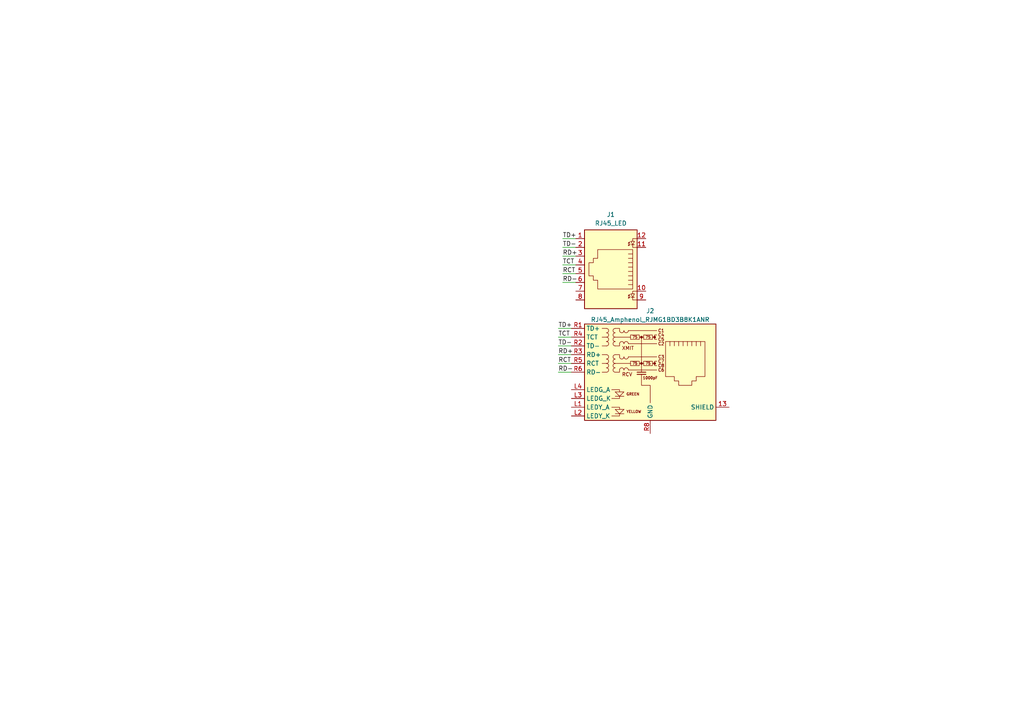
<source format=kicad_sch>
(kicad_sch (version 20230409) (generator eeschema)
  (paper "A4")
  (lib_symbols
    (symbol "Connector:RJ45_Amphenol_RJMG1BD3B8K1ANR"
      (property "Reference" "J" (at 19.05 15.24 0))
      (property "Value" "RJ45_Amphenol_RJMG1BD3B8K1ANR" (at -19.05 15.24 0))
      (symbol "RJ45_Amphenol_RJMG1BD3B8K1ANR_0_0"
        (circle (center -2.54 2.54) (radius 0.254) (stroke (width 0.254)) (fill (type outline)))
        (circle (center -2.54 10.16) (radius 0.254) (stroke (width 0.254)) (fill (type outline)))
        (polyline (pts (xy -7.62 -12.065) (xy -10.16 -12.065)))
        (polyline (pts (xy -7.62 -6.985) (xy -10.16 -6.985)))
        (polyline (pts (xy -2.54 10.16) (xy -2.54 0)))
        (polyline (pts (xy -1.27 -0.635) (xy -3.81 -0.635)) (stroke (width 0.254)))
        (polyline (pts (xy -1.27 0) (xy -3.81 0)) (stroke (width 0.254)))
        (polyline (pts (xy 1.27 2.54) (xy 0.635 2.54)))
        (polyline (pts (xy 1.27 10.16) (xy 0.635 10.16)))
        (polyline (pts (xy -11.176 -12.7) (xy -8.89 -12.7) (xy -8.89 -12.065)))
        (polyline (pts (xy -11.176 -10.16) (xy -8.89 -10.16) (xy -8.89 -10.795)))
        (polyline (pts (xy -11.176 -5.08) (xy -8.89 -5.08) (xy -8.89 -5.715)))
        (polyline (pts (xy -8.89 -6.985) (xy -8.89 -7.62) (xy -11.176 -7.62)))
        (polyline (pts (xy -10.16 -5.715) (xy -7.62 -5.715) (xy -8.89 -6.985) (xy -10.16 -5.715)))
        (polyline (pts (xy -7.62 -10.795) (xy -10.16 -10.795) (xy -8.89 -12.065) (xy -7.62 -10.795)))
        (polyline (pts (xy -2.54 -0.635) (xy -2.54 -3.81) (xy 0 -3.81) (xy 0 -8.89)))
        (polyline (pts (xy 1.905 3.175) (xy 1.27 3.175) (xy 1.27 1.905) (xy 1.905 1.905)))
        (polyline (pts (xy 1.905 10.795) (xy 1.27 10.795) (xy 1.27 9.525) (xy 1.905 9.525)))
        (circle (center 1.27 2.54) (radius 0.254) (stroke (width 0.254)) (fill (type outline)))
        (circle (center 1.27 10.16) (radius 0.254) (stroke (width 0.254)) (fill (type outline)))
        (text "1000pF" (at 0 -1.651 0) (effects (font (size 0.762 0.762))))
        (text "75" (at -4.445 2.54 0) (effects (font (size 0.762 0.762))))
        (text "75" (at -4.445 10.16 0) (effects (font (size 0.762 0.762))))
        (text "75" (at -0.635 2.54 0) (effects (font (size 0.762 0.762))))
        (text "75" (at -0.635 10.16 0) (effects (font (size 0.762 0.762))))
        (text "C1" (at 3.175 12.065 0) (effects (font (size 0.889 0.889))))
        (text "C2" (at 3.175 8.255 0) (effects (font (size 0.889 0.889))))
        (text "C3" (at 3.175 4.445 0) (effects (font (size 0.889 0.889))))
        (text "C4" (at 3.175 10.795 0) (effects (font (size 0.889 0.889))))
        (text "C5" (at 3.175 9.525 0) (effects (font (size 0.889 0.889))))
        (text "C6" (at 3.175 0.635 0) (effects (font (size 0.889 0.889))))
        (text "C7" (at 3.175 3.175 0) (effects (font (size 0.889 0.889))))
        (text "C8" (at 3.175 1.905 0) (effects (font (size 0.889 0.889))))
        (text "GREEN" (at -6.985 -6.35 0) (effects (font (size 0.762 0.762)) (justify left)))
        (text "RCV" (at -8.255 -0.635 0) (effects (font (size 1.016 1.016)) (justify left)))
        (text "XMIT" (at -8.255 6.985 0) (effects (font (size 1.016 1.016)) (justify left)))
        (text "YELLOW" (at -6.985 -11.43 0) (effects (font (size 0.762 0.762)) (justify left)))
      )
      (symbol "RJ45_Amphenol_RJMG1BD3B8K1ANR_0_1"
        (rectangle (start -19.05 -13.97) (end 19.05 13.97) (stroke (width 0.254)) (fill (type background)))
        (arc (start -12.7 0) (mid -12.0677 0.635) (end -12.7 1.27))
        (arc (start -12.7 1.27) (mid -12.0677 1.905) (end -12.7 2.54))
        (arc (start -12.7 2.54) (mid -12.0677 3.175) (end -12.7 3.81))
        (arc (start -12.7 3.81) (mid -12.0677 4.445) (end -12.7 5.08))
        (arc (start -12.7 7.62) (mid -12.0677 8.255) (end -12.7 8.89))
        (arc (start -12.7 8.89) (mid -12.0677 9.525) (end -12.7 10.16))
        (arc (start -12.7 10.16) (mid -12.0677 10.795) (end -12.7 11.43))
        (arc (start -12.7 11.43) (mid -12.0677 12.065) (end -12.7 12.7))
        (arc (start -10.16 1.27) (mid -10.7923 0.635) (end -10.16 0))
        (arc (start -10.16 2.54) (mid -10.7923 1.905) (end -10.16 1.27))
        (arc (start -10.16 3.81) (mid -10.7923 3.175) (end -10.16 2.54))
        (arc (start -10.16 5.08) (mid -10.7923 4.445) (end -10.16 3.81))
        (arc (start -10.16 8.89) (mid -10.7923 8.255) (end -10.16 7.62))
        (arc (start -10.16 10.16) (mid -10.7923 9.525) (end -10.16 8.89))
        (arc (start -10.16 11.43) (mid -10.7923 10.795) (end -10.16 10.16))
        (arc (start -10.16 12.7) (mid -10.7923 12.065) (end -10.16 11.43))
        (arc (start -8.89 4.445) (mid -8.255 3.8127) (end -7.62 4.445))
        (arc (start -8.89 12.065) (mid -8.255 11.4327) (end -7.62 12.065))
        (arc (start -7.62 0.635) (mid -8.255 1.2673) (end -8.89 0.635))
        (arc (start -7.62 4.445) (mid -6.985 3.8127) (end -6.35 4.445))
        (arc (start -7.62 8.255) (mid -8.255 8.8873) (end -8.89 8.255))
        (arc (start -7.62 12.065) (mid -6.985 11.4327) (end -6.35 12.065))
        (arc (start -6.35 0.635) (mid -6.985 1.2673) (end -7.62 0.635))
        (arc (start -6.35 8.255) (mid -6.985 8.8873) (end -7.62 8.255))
        (rectangle (start -5.715 3.175) (end -3.175 1.905))
        (rectangle (start -5.715 10.795) (end -3.175 9.525))
        (rectangle (start -1.905 3.175) (end 0.635 1.905))
        (rectangle (start -1.905 10.795) (end 0.635 9.525))
        (polyline (pts (xy -12.7 0) (xy -13.97 0)))
        (polyline (pts (xy -12.7 2.54) (xy -13.97 2.54)))
        (polyline (pts (xy -12.7 5.08) (xy -13.97 5.08)))
        (polyline (pts (xy -12.7 7.62) (xy -13.97 7.62)))
        (polyline (pts (xy -12.7 10.16) (xy -13.97 10.16)))
        (polyline (pts (xy -12.7 12.7) (xy -13.97 12.7)))
        (polyline (pts (xy -6.35 0.635) (xy 1.905 0.635)))
        (polyline (pts (xy -6.35 4.445) (xy 1.905 4.445)))
        (polyline (pts (xy -6.35 8.255) (xy 1.905 8.255)))
        (polyline (pts (xy -6.35 12.065) (xy 1.905 12.065)))
        (polyline (pts (xy -5.715 2.54) (xy -10.16 2.54)))
        (polyline (pts (xy -5.715 10.16) (xy -10.16 10.16)))
        (polyline (pts (xy -3.175 2.54) (xy -1.905 2.54)))
        (polyline (pts (xy -3.175 10.16) (xy -1.905 10.16)))
        (polyline (pts (xy 5.715 7.62) (xy 5.715 8.89)))
        (polyline (pts (xy 6.985 8.89) (xy 6.985 7.62)))
        (polyline (pts (xy 8.255 8.89) (xy 8.255 7.62)))
        (polyline (pts (xy 9.525 8.89) (xy 9.525 7.62)))
        (polyline (pts (xy 10.795 8.89) (xy 10.795 7.62)))
        (polyline (pts (xy 12.065 8.89) (xy 12.065 7.62)))
        (polyline (pts (xy 13.335 7.62) (xy 13.335 8.89)))
        (polyline (pts (xy 14.605 7.62) (xy 14.605 8.89)))
        (polyline (pts (xy -10.16 5.08) (xy -8.89 5.08) (xy -8.89 4.445)))
        (polyline (pts (xy -10.16 12.7) (xy -8.89 12.7) (xy -8.89 12.065)))
        (polyline (pts (xy -8.89 0.635) (xy -8.89 0) (xy -10.16 0)))
        (polyline (pts (xy -8.89 8.255) (xy -8.89 7.62) (xy -10.16 7.62)))
        (polyline (pts (xy 4.445 8.89) (xy 15.875 8.89) (xy 15.875 -1.27) (xy 13.335 -1.27) (xy 13.335 -2.54) (xy 12.065 -2.54) (xy 12.065 -3.81) (xy 8.255 -3.81) (xy 8.255 -2.54) (xy 6.985 -2.54) (xy 6.985 -1.27) (xy 4.445 -1.27) (xy 4.445 8.89)))
      )
      (symbol "RJ45_Amphenol_RJMG1BD3B8K1ANR_1_1"
        (pin passive line (at 22.86 -10.16 180) (length 3.81) (name "SHIELD") (number "13"))
        (pin passive line (at -22.86 -10.16 0) (length 3.81) (name "LEDY_A") (number "L1"))
        (pin passive line (at -22.86 -12.7 0) (length 3.81) (name "LEDY_K") (number "L2"))
        (pin passive line (at -22.86 -7.62 0) (length 3.81) (name "LEDG_K") (number "L3"))
        (pin passive line (at -22.86 -5.08 0) (length 3.81) (name "LEDG_A") (number "L4"))
        (pin passive line (at -22.86 12.7 0) (length 3.81) (name "TD+") (number "R1"))
        (pin passive line (at -22.86 7.62 0) (length 3.81) (name "TD-") (number "R2"))
        (pin passive line (at -22.86 5.08 0) (length 3.81) (name "RD+") (number "R3"))
        (pin passive line (at -22.86 10.16 0) (length 3.81) (name "TCT") (number "R4"))
        (pin passive line (at -22.86 2.54 0) (length 3.81) (name "RCT") (number "R5"))
        (pin passive line (at -22.86 0 0) (length 3.81) (name "RD-") (number "R6"))
        (pin no_connect line (at 5.08 -5.08 0) (length 0) hide (name "NC") (number "R7"))
        (pin power_in line (at 0 -17.78 90) (length 3.81) (name "GND") (number "R8"))
      )
    )
    (symbol "Connector:RJ45_LED" (pin_names (offset 1.016))
      (property "Reference" "J" (at -5.08 13.97 0))
      (property "Value" "RJ45_LED" (at 1.27 13.97 0))
      (symbol "RJ45_LED_0_1"
        (polyline (pts (xy -7.62 -7.62) (xy -6.35 -7.62)))
        (polyline (pts (xy -7.62 -5.08) (xy -6.35 -5.08)))
        (polyline (pts (xy -7.62 7.62) (xy -6.35 7.62)))
        (polyline (pts (xy -7.62 10.16) (xy -6.35 10.16)))
        (polyline (pts (xy -6.858 -5.842) (xy -5.842 -5.842)))
        (polyline (pts (xy -6.858 9.398) (xy -5.842 9.398)))
        (polyline (pts (xy -6.35 -7.62) (xy -6.35 -6.858)))
        (polyline (pts (xy -6.35 -5.08) (xy -6.35 -5.842)))
        (polyline (pts (xy -6.35 7.62) (xy -6.35 8.382)))
        (polyline (pts (xy -6.35 10.16) (xy -6.35 9.398)))
        (polyline (pts (xy -5.08 -6.223) (xy -5.207 -6.604)))
        (polyline (pts (xy -5.08 -5.588) (xy -5.207 -5.969)))
        (polyline (pts (xy -5.08 4.445) (xy -6.35 4.445)))
        (polyline (pts (xy -5.08 5.715) (xy -6.35 5.715)))
        (polyline (pts (xy -5.08 9.017) (xy -5.207 8.636)))
        (polyline (pts (xy -5.08 9.652) (xy -5.207 9.271)))
        (polyline (pts (xy -6.35 -3.175) (xy -5.08 -3.175) (xy -5.08 -3.175)))
        (polyline (pts (xy -6.35 -1.905) (xy -5.08 -1.905) (xy -5.08 -1.905)))
        (polyline (pts (xy -6.35 -0.635) (xy -5.08 -0.635) (xy -5.08 -0.635)))
        (polyline (pts (xy -6.35 0.635) (xy -5.08 0.635) (xy -5.08 0.635)))
        (polyline (pts (xy -6.35 1.905) (xy -5.08 1.905) (xy -5.08 1.905)))
        (polyline (pts (xy -5.588 -6.731) (xy -5.08 -6.223) (xy -5.461 -6.35)))
        (polyline (pts (xy -5.588 -6.096) (xy -5.08 -5.588) (xy -5.461 -5.715)))
        (polyline (pts (xy -5.588 8.509) (xy -5.08 9.017) (xy -5.461 8.89)))
        (polyline (pts (xy -5.588 9.144) (xy -5.08 9.652) (xy -5.461 9.525)))
        (polyline (pts (xy -5.08 3.175) (xy -6.35 3.175) (xy -6.35 3.175)))
        (polyline (pts (xy -6.35 -5.842) (xy -6.858 -6.858) (xy -5.842 -6.858) (xy -6.35 -5.842)))
        (polyline (pts (xy -6.35 9.398) (xy -6.858 8.382) (xy -5.842 8.382) (xy -6.35 9.398)))
        (polyline (pts (xy -6.35 -4.445) (xy -6.35 6.985) (xy 3.81 6.985) (xy 3.81 4.445) (xy 5.08 4.445) (xy 5.08 3.175) (xy 6.35 3.175) (xy 6.35 -0.635) (xy 5.08 -0.635) (xy 5.08 -1.905) (xy 3.81 -1.905) (xy 3.81 -4.445) (xy -6.35 -4.445) (xy -6.35 -4.445)))
        (rectangle (start 7.62 12.7) (end -7.62 -10.16) (stroke (width 0.254)) (fill (type background)))
      )
      (symbol "RJ45_LED_1_1"
        (pin passive line (at 10.16 -7.62 180) (length 2.54) (name "~") (number "1"))
        (pin passive line (at -10.16 7.62 0) (length 2.54) (name "~") (number "10"))
        (pin passive line (at -10.16 -5.08 0) (length 2.54) (name "~") (number "11"))
        (pin passive line (at -10.16 -7.62 0) (length 2.54) (name "~") (number "12"))
        (pin passive line (at 10.16 -5.08 180) (length 2.54) (name "~") (number "2"))
        (pin passive line (at 10.16 -2.54 180) (length 2.54) (name "~") (number "3"))
        (pin passive line (at 10.16 0 180) (length 2.54) (name "~") (number "4"))
        (pin passive line (at 10.16 2.54 180) (length 2.54) (name "~") (number "5"))
        (pin passive line (at 10.16 5.08 180) (length 2.54) (name "~") (number "6"))
        (pin passive line (at 10.16 7.62 180) (length 2.54) (name "~") (number "7"))
        (pin passive line (at 10.16 10.16 180) (length 2.54) (name "~") (number "8"))
        (pin passive line (at -10.16 10.16 0) (length 2.54) (name "~") (number "9"))
      )
    )
  )
  (wire (pts (xy 163.195 79.375) (xy 167.005 79.375)))
  (wire (pts (xy 161.925 100.33) (xy 165.735 100.33)))
  (wire (pts (xy 161.925 102.87) (xy 165.735 102.87)))
  (wire (pts (xy 161.925 97.79) (xy 165.735 97.79)))
  (wire (pts (xy 161.925 105.41) (xy 165.735 105.41)))
  (wire (pts (xy 161.925 95.25) (xy 165.735 95.25)))
  (wire (pts (xy 163.195 76.835) (xy 167.005 76.835)))
  (wire (pts (xy 163.195 71.755) (xy 167.005 71.755)))
  (wire (pts (xy 163.195 69.215) (xy 167.005 69.215)))
  (wire (pts (xy 163.195 74.295) (xy 167.005 74.295)))
  (wire (pts (xy 163.195 81.915) (xy 167.005 81.915)))
  (wire (pts (xy 161.925 107.95) (xy 165.735 107.95)))
  (label "RD-" (at 161.925 107.95 0))
  (label "RCT" (at 161.925 105.41 0))
  (label "RD-" (at 163.195 81.915 0))
  (label "TCT" (at 161.925 97.79 0))
  (label "RD+" (at 161.925 102.87 0))
  (label "TD+" (at 163.195 69.215 0))
  (label "TD-" (at 161.925 100.33 0))
  (label "TD-" (at 163.195 71.755 0))
  (label "TD+" (at 161.925 95.25 0))
  (label "RD+" (at 163.195 74.295 0))
  (label "TCT" (at 163.195 76.835 0))
  (label "RCT" (at 163.195 79.375 0))
  (symbol (lib_id "Connector:RJ45_LED") (at 177.165 76.835 180) (unit 1)
    (property "Reference" "J1" (at 177.165 62.23 0))
    (property "Value" "RJ45_LED" (at 177.165 64.77 0))
  )
  (symbol (lib_id "Connector:RJ45_Amphenol_RJMG1BD3B8K1ANR") (at 188.595 107.95 0) (unit 1)
    (property "Reference" "J2" (at 188.595 90.17 0))
    (property "Value" "RJ45_Amphenol_RJMG1BD3B8K1ANR" (at 188.595 92.71 0))
    (property "Footprint" "Connector_RJ:RJ45_Amphenol_RJMG1BD3B8K1ANR" (effects hide))
    (property "Datasheet" "https://www.amphenolcanada.com/ProductSearch/Drawings/AC/RJMG1BD3B8K1ANR.PDF" (effects hide))
  )
)
</source>
